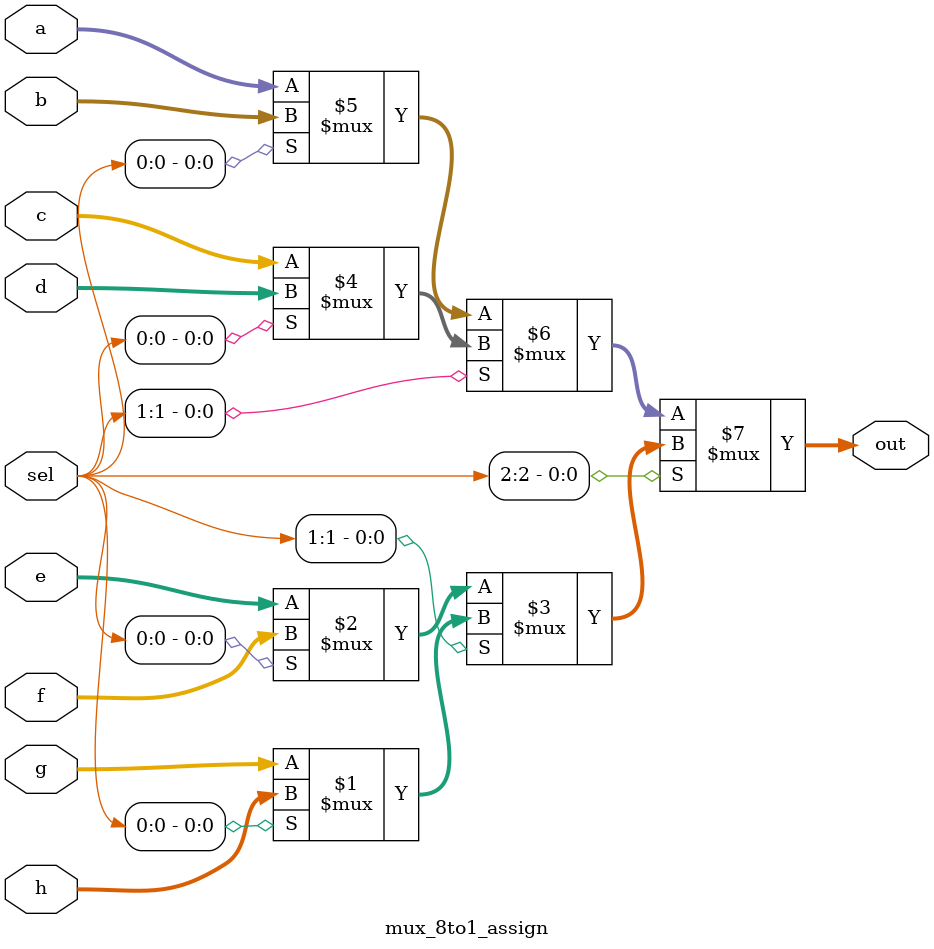
<source format=v>

`default_nettype none


module mux_4to1_assign #(parameter MSB =24)   (
   input [MSB-1:0] a,
   input [MSB-1:0] b,
   input [MSB-1:0] c,
   input [MSB-1:0] d,

   // 2 bits
   input [2-1:0] sel,

   output [MSB-1:0] out

  );

  // if written like this, then there is no error.
  assign out = sel[1] ? 
                  (sel[0] ? d : c) 
                  : (sel[0] ? b : a);

/*
  // verilog nonblocking. combinatorial assign.  works in yosys, even if generates a warning.
  always @(*)
     case (sel)
      2'b00 :  out = a;
      2'b01 :  out = b;
      2'b10 :  out = c;
      2'b11 :  out = d;
    endcase
*/

endmodule



module mux_8to1_assign #(parameter MSB =24)   (
   input [MSB-1:0] a,
   input [MSB-1:0] b,
   input [MSB-1:0] c,
   input [MSB-1:0] d,

   input [MSB-1:0] e,
   input [MSB-1:0] f,
   input [MSB-1:0] g,
   input [MSB-1:0] h,

    // 3 bits.
   input [3-1 :0] sel,
   // input [7:0] sel,

   output [MSB-1:0] out

  );


  // 94MHz.
  // using case expression, generates warning. as ternary expression this is none
   assign out =
      sel[2] ?
        sel[1] ?
            (sel[0] ? h : g) : (sel[0] ? f : e)
        : sel[1] ?

            (sel[0] ? d : c) : (sel[0] ? b : a);


/*
  // one hot.
  // 98.11 MHz.
   assign out =
            (sel[0] ? b :
            (sel[1] ? c :
            (sel[2] ? d :
            (sel[3] ? e :
            (sel[4] ? f :
            (sel[5] ? g :
            (sel[6] ? h :   a)))))));
 */

endmodule



</source>
